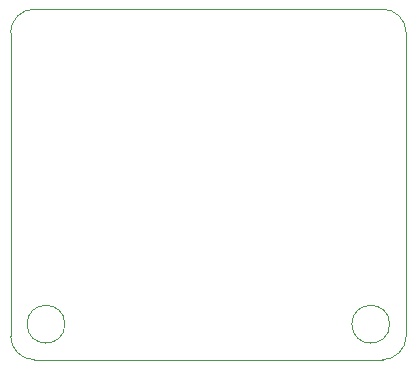
<source format=gm1>
G04 #@! TF.GenerationSoftware,KiCad,Pcbnew,7.0.5-0*
G04 #@! TF.CreationDate,2024-11-07T14:34:30-08:00*
G04 #@! TF.ProjectId,IMU Mount,494d5520-4d6f-4756-9e74-2e6b69636164,rev?*
G04 #@! TF.SameCoordinates,PX5f5e100PY5f5e100*
G04 #@! TF.FileFunction,Profile,NP*
%FSLAX46Y46*%
G04 Gerber Fmt 4.6, Leading zero omitted, Abs format (unit mm)*
G04 Created by KiCad (PCBNEW 7.0.5-0) date 2024-11-07 14:34:30*
%MOMM*%
%LPD*%
G01*
G04 APERTURE LIST*
G04 #@! TA.AperFunction,Profile*
%ADD10C,0.100000*%
G04 #@! TD*
G04 APERTURE END LIST*
D10*
X1600000Y30071000D02*
G75*
G03*
X-400000Y28070966I0J-2000000D01*
G01*
X33099966Y28070966D02*
G75*
G03*
X31100000Y30070966I-1999966J34D01*
G01*
X4200000Y3400000D02*
G75*
G03*
X4200000Y3400000I-1600000J0D01*
G01*
X1600000Y30070966D02*
X31100000Y30070966D01*
X-400000Y28070966D02*
X-400000Y2400000D01*
X-400000Y2400000D02*
G75*
G03*
X1600000Y400000I2000000J0D01*
G01*
X1600000Y400000D02*
X31100000Y400000D01*
X31100000Y400000D02*
G75*
G03*
X33100000Y2400000I100J1999900D01*
G01*
X31700000Y3400000D02*
G75*
G03*
X31700000Y3400000I-1600000J0D01*
G01*
X33100000Y28070966D02*
X33100000Y2400000D01*
M02*

</source>
